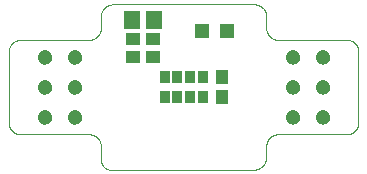
<source format=gts>
G75*
%MOIN*%
%OFA0B0*%
%FSLAX25Y25*%
%IPPOS*%
%LPD*%
%AMOC8*
5,1,8,0,0,1.08239X$1,22.5*
%
%ADD10C,0.00000*%
%ADD11R,0.05124X0.05124*%
%ADD12R,0.04731X0.04337*%
%ADD13C,0.04731*%
%ADD14R,0.03254X0.03943*%
%ADD15R,0.04337X0.04731*%
%ADD16R,0.05518X0.06306*%
D10*
X0045791Y0032012D02*
X0045915Y0032010D01*
X0046038Y0032004D01*
X0046162Y0031995D01*
X0046284Y0031981D01*
X0046407Y0031964D01*
X0046529Y0031942D01*
X0046650Y0031917D01*
X0046770Y0031888D01*
X0046889Y0031856D01*
X0047008Y0031819D01*
X0047125Y0031779D01*
X0047240Y0031736D01*
X0047355Y0031688D01*
X0047467Y0031637D01*
X0047578Y0031583D01*
X0047688Y0031525D01*
X0047795Y0031464D01*
X0047901Y0031399D01*
X0048004Y0031331D01*
X0048105Y0031260D01*
X0048204Y0031186D01*
X0048301Y0031109D01*
X0048395Y0031028D01*
X0048486Y0030945D01*
X0048575Y0030859D01*
X0048661Y0030770D01*
X0048744Y0030679D01*
X0048825Y0030585D01*
X0048902Y0030488D01*
X0048976Y0030389D01*
X0049047Y0030288D01*
X0049115Y0030185D01*
X0049180Y0030079D01*
X0049241Y0029972D01*
X0049299Y0029862D01*
X0049353Y0029751D01*
X0049404Y0029639D01*
X0049452Y0029524D01*
X0049495Y0029409D01*
X0049535Y0029292D01*
X0049572Y0029173D01*
X0049604Y0029054D01*
X0049633Y0028934D01*
X0049658Y0028813D01*
X0049680Y0028691D01*
X0049697Y0028568D01*
X0049711Y0028446D01*
X0049720Y0028322D01*
X0049726Y0028199D01*
X0049728Y0028075D01*
X0049728Y0024138D01*
X0049713Y0024023D01*
X0049703Y0023907D01*
X0049696Y0023791D01*
X0049693Y0023675D01*
X0049694Y0023558D01*
X0049699Y0023442D01*
X0049708Y0023326D01*
X0049720Y0023211D01*
X0049737Y0023095D01*
X0049757Y0022981D01*
X0049781Y0022867D01*
X0049809Y0022754D01*
X0049841Y0022642D01*
X0049876Y0022532D01*
X0049915Y0022422D01*
X0049958Y0022314D01*
X0050004Y0022207D01*
X0050054Y0022102D01*
X0050108Y0021999D01*
X0050164Y0021897D01*
X0050224Y0021798D01*
X0050288Y0021700D01*
X0050354Y0021605D01*
X0050424Y0021512D01*
X0050497Y0021421D01*
X0050573Y0021333D01*
X0050652Y0021247D01*
X0050733Y0021164D01*
X0050818Y0021084D01*
X0050904Y0021007D01*
X0050994Y0020933D01*
X0051086Y0020861D01*
X0051180Y0020793D01*
X0051276Y0020728D01*
X0051375Y0020666D01*
X0051476Y0020608D01*
X0051578Y0020553D01*
X0051682Y0020501D01*
X0051788Y0020453D01*
X0051896Y0020409D01*
X0052005Y0020368D01*
X0052115Y0020331D01*
X0052226Y0020297D01*
X0052338Y0020268D01*
X0052452Y0020242D01*
X0052566Y0020219D01*
X0052681Y0020201D01*
X0099925Y0020201D01*
X0100056Y0020189D01*
X0100188Y0020180D01*
X0100320Y0020175D01*
X0100452Y0020174D01*
X0100584Y0020177D01*
X0100716Y0020184D01*
X0100848Y0020195D01*
X0100979Y0020210D01*
X0101110Y0020228D01*
X0101240Y0020251D01*
X0101369Y0020277D01*
X0101498Y0020307D01*
X0101625Y0020341D01*
X0101752Y0020379D01*
X0101877Y0020420D01*
X0102002Y0020465D01*
X0102124Y0020514D01*
X0102245Y0020566D01*
X0102365Y0020622D01*
X0102483Y0020682D01*
X0102599Y0020745D01*
X0102713Y0020811D01*
X0102825Y0020881D01*
X0102935Y0020954D01*
X0103043Y0021030D01*
X0103149Y0021110D01*
X0103252Y0021192D01*
X0103353Y0021278D01*
X0103451Y0021366D01*
X0103546Y0021457D01*
X0103639Y0021552D01*
X0103728Y0021648D01*
X0103815Y0021748D01*
X0103899Y0021850D01*
X0103980Y0021954D01*
X0104058Y0022061D01*
X0104132Y0022170D01*
X0104204Y0022281D01*
X0104272Y0022394D01*
X0104336Y0022510D01*
X0104397Y0022627D01*
X0104455Y0022745D01*
X0104509Y0022866D01*
X0104559Y0022988D01*
X0104606Y0023111D01*
X0104649Y0023236D01*
X0104689Y0023362D01*
X0104725Y0023489D01*
X0104756Y0023618D01*
X0104785Y0023747D01*
X0104809Y0023876D01*
X0104829Y0024007D01*
X0104846Y0024138D01*
X0104846Y0028075D01*
X0104848Y0028199D01*
X0104854Y0028322D01*
X0104863Y0028446D01*
X0104877Y0028568D01*
X0104894Y0028691D01*
X0104916Y0028813D01*
X0104941Y0028934D01*
X0104970Y0029054D01*
X0105002Y0029173D01*
X0105039Y0029292D01*
X0105079Y0029409D01*
X0105122Y0029524D01*
X0105170Y0029639D01*
X0105221Y0029751D01*
X0105275Y0029862D01*
X0105333Y0029972D01*
X0105394Y0030079D01*
X0105459Y0030185D01*
X0105527Y0030288D01*
X0105598Y0030389D01*
X0105672Y0030488D01*
X0105749Y0030585D01*
X0105830Y0030679D01*
X0105913Y0030770D01*
X0105999Y0030859D01*
X0106088Y0030945D01*
X0106179Y0031028D01*
X0106273Y0031109D01*
X0106370Y0031186D01*
X0106469Y0031260D01*
X0106570Y0031331D01*
X0106673Y0031399D01*
X0106779Y0031464D01*
X0106886Y0031525D01*
X0106996Y0031583D01*
X0107107Y0031637D01*
X0107219Y0031688D01*
X0107334Y0031736D01*
X0107449Y0031779D01*
X0107566Y0031819D01*
X0107685Y0031856D01*
X0107804Y0031888D01*
X0107924Y0031917D01*
X0108045Y0031942D01*
X0108167Y0031964D01*
X0108290Y0031981D01*
X0108412Y0031995D01*
X0108536Y0032004D01*
X0108659Y0032010D01*
X0108783Y0032012D01*
X0131618Y0032012D01*
X0131742Y0032014D01*
X0131865Y0032020D01*
X0131989Y0032029D01*
X0132111Y0032043D01*
X0132234Y0032060D01*
X0132356Y0032082D01*
X0132477Y0032107D01*
X0132597Y0032136D01*
X0132716Y0032168D01*
X0132835Y0032205D01*
X0132952Y0032245D01*
X0133067Y0032288D01*
X0133182Y0032336D01*
X0133294Y0032387D01*
X0133405Y0032441D01*
X0133515Y0032499D01*
X0133622Y0032560D01*
X0133728Y0032625D01*
X0133831Y0032693D01*
X0133932Y0032764D01*
X0134031Y0032838D01*
X0134128Y0032915D01*
X0134222Y0032996D01*
X0134313Y0033079D01*
X0134402Y0033165D01*
X0134488Y0033254D01*
X0134571Y0033345D01*
X0134652Y0033439D01*
X0134729Y0033536D01*
X0134803Y0033635D01*
X0134874Y0033736D01*
X0134942Y0033839D01*
X0135007Y0033945D01*
X0135068Y0034052D01*
X0135126Y0034162D01*
X0135180Y0034273D01*
X0135231Y0034385D01*
X0135279Y0034500D01*
X0135322Y0034615D01*
X0135362Y0034732D01*
X0135399Y0034851D01*
X0135431Y0034970D01*
X0135460Y0035090D01*
X0135485Y0035211D01*
X0135507Y0035333D01*
X0135524Y0035456D01*
X0135538Y0035578D01*
X0135547Y0035702D01*
X0135553Y0035825D01*
X0135555Y0035949D01*
X0135555Y0059571D01*
X0135553Y0059695D01*
X0135547Y0059818D01*
X0135538Y0059942D01*
X0135524Y0060064D01*
X0135507Y0060187D01*
X0135485Y0060309D01*
X0135460Y0060430D01*
X0135431Y0060550D01*
X0135399Y0060669D01*
X0135362Y0060788D01*
X0135322Y0060905D01*
X0135279Y0061020D01*
X0135231Y0061135D01*
X0135180Y0061247D01*
X0135126Y0061358D01*
X0135068Y0061468D01*
X0135007Y0061575D01*
X0134942Y0061681D01*
X0134874Y0061784D01*
X0134803Y0061885D01*
X0134729Y0061984D01*
X0134652Y0062081D01*
X0134571Y0062175D01*
X0134488Y0062266D01*
X0134402Y0062355D01*
X0134313Y0062441D01*
X0134222Y0062524D01*
X0134128Y0062605D01*
X0134031Y0062682D01*
X0133932Y0062756D01*
X0133831Y0062827D01*
X0133728Y0062895D01*
X0133622Y0062960D01*
X0133515Y0063021D01*
X0133405Y0063079D01*
X0133294Y0063133D01*
X0133182Y0063184D01*
X0133067Y0063232D01*
X0132952Y0063275D01*
X0132835Y0063315D01*
X0132716Y0063352D01*
X0132597Y0063384D01*
X0132477Y0063413D01*
X0132356Y0063438D01*
X0132234Y0063460D01*
X0132111Y0063477D01*
X0131989Y0063491D01*
X0131865Y0063500D01*
X0131742Y0063506D01*
X0131618Y0063508D01*
X0108783Y0063508D01*
X0108659Y0063510D01*
X0108536Y0063516D01*
X0108412Y0063525D01*
X0108290Y0063539D01*
X0108167Y0063556D01*
X0108045Y0063578D01*
X0107924Y0063603D01*
X0107804Y0063632D01*
X0107685Y0063664D01*
X0107566Y0063701D01*
X0107449Y0063741D01*
X0107334Y0063784D01*
X0107219Y0063832D01*
X0107107Y0063883D01*
X0106996Y0063937D01*
X0106886Y0063995D01*
X0106779Y0064056D01*
X0106673Y0064121D01*
X0106570Y0064189D01*
X0106469Y0064260D01*
X0106370Y0064334D01*
X0106273Y0064411D01*
X0106179Y0064492D01*
X0106088Y0064575D01*
X0105999Y0064661D01*
X0105913Y0064750D01*
X0105830Y0064841D01*
X0105749Y0064935D01*
X0105672Y0065032D01*
X0105598Y0065131D01*
X0105527Y0065232D01*
X0105459Y0065335D01*
X0105394Y0065441D01*
X0105333Y0065548D01*
X0105275Y0065658D01*
X0105221Y0065769D01*
X0105170Y0065881D01*
X0105122Y0065996D01*
X0105079Y0066111D01*
X0105039Y0066228D01*
X0105002Y0066347D01*
X0104970Y0066466D01*
X0104941Y0066586D01*
X0104916Y0066707D01*
X0104894Y0066829D01*
X0104877Y0066952D01*
X0104863Y0067074D01*
X0104854Y0067198D01*
X0104848Y0067321D01*
X0104846Y0067445D01*
X0104846Y0071382D01*
X0104844Y0071506D01*
X0104838Y0071629D01*
X0104829Y0071753D01*
X0104815Y0071875D01*
X0104798Y0071998D01*
X0104776Y0072120D01*
X0104751Y0072241D01*
X0104722Y0072361D01*
X0104690Y0072480D01*
X0104653Y0072599D01*
X0104613Y0072716D01*
X0104570Y0072831D01*
X0104522Y0072946D01*
X0104471Y0073058D01*
X0104417Y0073169D01*
X0104359Y0073279D01*
X0104298Y0073386D01*
X0104233Y0073492D01*
X0104165Y0073595D01*
X0104094Y0073696D01*
X0104020Y0073795D01*
X0103943Y0073892D01*
X0103862Y0073986D01*
X0103779Y0074077D01*
X0103693Y0074166D01*
X0103604Y0074252D01*
X0103513Y0074335D01*
X0103419Y0074416D01*
X0103322Y0074493D01*
X0103223Y0074567D01*
X0103122Y0074638D01*
X0103019Y0074706D01*
X0102913Y0074771D01*
X0102806Y0074832D01*
X0102696Y0074890D01*
X0102585Y0074944D01*
X0102473Y0074995D01*
X0102358Y0075043D01*
X0102243Y0075086D01*
X0102126Y0075126D01*
X0102007Y0075163D01*
X0101888Y0075195D01*
X0101768Y0075224D01*
X0101647Y0075249D01*
X0101525Y0075271D01*
X0101402Y0075288D01*
X0101280Y0075302D01*
X0101156Y0075311D01*
X0101033Y0075317D01*
X0100909Y0075319D01*
X0053665Y0075319D01*
X0053541Y0075317D01*
X0053418Y0075311D01*
X0053294Y0075302D01*
X0053172Y0075288D01*
X0053049Y0075271D01*
X0052927Y0075249D01*
X0052806Y0075224D01*
X0052686Y0075195D01*
X0052567Y0075163D01*
X0052448Y0075126D01*
X0052331Y0075086D01*
X0052216Y0075043D01*
X0052101Y0074995D01*
X0051989Y0074944D01*
X0051878Y0074890D01*
X0051768Y0074832D01*
X0051661Y0074771D01*
X0051555Y0074706D01*
X0051452Y0074638D01*
X0051351Y0074567D01*
X0051252Y0074493D01*
X0051155Y0074416D01*
X0051061Y0074335D01*
X0050970Y0074252D01*
X0050881Y0074166D01*
X0050795Y0074077D01*
X0050712Y0073986D01*
X0050631Y0073892D01*
X0050554Y0073795D01*
X0050480Y0073696D01*
X0050409Y0073595D01*
X0050341Y0073492D01*
X0050276Y0073386D01*
X0050215Y0073279D01*
X0050157Y0073169D01*
X0050103Y0073058D01*
X0050052Y0072946D01*
X0050004Y0072831D01*
X0049961Y0072716D01*
X0049921Y0072599D01*
X0049884Y0072480D01*
X0049852Y0072361D01*
X0049823Y0072241D01*
X0049798Y0072120D01*
X0049776Y0071998D01*
X0049759Y0071875D01*
X0049745Y0071753D01*
X0049736Y0071629D01*
X0049730Y0071506D01*
X0049728Y0071382D01*
X0049728Y0067445D01*
X0049726Y0067321D01*
X0049720Y0067198D01*
X0049711Y0067074D01*
X0049697Y0066952D01*
X0049680Y0066829D01*
X0049658Y0066707D01*
X0049633Y0066586D01*
X0049604Y0066466D01*
X0049572Y0066347D01*
X0049535Y0066228D01*
X0049495Y0066111D01*
X0049452Y0065996D01*
X0049404Y0065881D01*
X0049353Y0065769D01*
X0049299Y0065658D01*
X0049241Y0065548D01*
X0049180Y0065441D01*
X0049115Y0065335D01*
X0049047Y0065232D01*
X0048976Y0065131D01*
X0048902Y0065032D01*
X0048825Y0064935D01*
X0048744Y0064841D01*
X0048661Y0064750D01*
X0048575Y0064661D01*
X0048486Y0064575D01*
X0048395Y0064492D01*
X0048301Y0064411D01*
X0048204Y0064334D01*
X0048105Y0064260D01*
X0048004Y0064189D01*
X0047901Y0064121D01*
X0047795Y0064056D01*
X0047688Y0063995D01*
X0047578Y0063937D01*
X0047467Y0063883D01*
X0047355Y0063832D01*
X0047240Y0063784D01*
X0047125Y0063741D01*
X0047008Y0063701D01*
X0046889Y0063664D01*
X0046770Y0063632D01*
X0046650Y0063603D01*
X0046529Y0063578D01*
X0046407Y0063556D01*
X0046284Y0063539D01*
X0046162Y0063525D01*
X0046038Y0063516D01*
X0045915Y0063510D01*
X0045791Y0063508D01*
X0022957Y0063508D01*
X0022833Y0063506D01*
X0022710Y0063500D01*
X0022586Y0063491D01*
X0022464Y0063477D01*
X0022341Y0063460D01*
X0022219Y0063438D01*
X0022098Y0063413D01*
X0021978Y0063384D01*
X0021859Y0063352D01*
X0021740Y0063315D01*
X0021623Y0063275D01*
X0021508Y0063232D01*
X0021393Y0063184D01*
X0021281Y0063133D01*
X0021170Y0063079D01*
X0021060Y0063021D01*
X0020953Y0062960D01*
X0020847Y0062895D01*
X0020744Y0062827D01*
X0020643Y0062756D01*
X0020544Y0062682D01*
X0020447Y0062605D01*
X0020353Y0062524D01*
X0020262Y0062441D01*
X0020173Y0062355D01*
X0020087Y0062266D01*
X0020004Y0062175D01*
X0019923Y0062081D01*
X0019846Y0061984D01*
X0019772Y0061885D01*
X0019701Y0061784D01*
X0019633Y0061681D01*
X0019568Y0061575D01*
X0019507Y0061468D01*
X0019449Y0061358D01*
X0019395Y0061247D01*
X0019344Y0061135D01*
X0019296Y0061020D01*
X0019253Y0060905D01*
X0019213Y0060788D01*
X0019176Y0060669D01*
X0019144Y0060550D01*
X0019115Y0060430D01*
X0019090Y0060309D01*
X0019068Y0060187D01*
X0019051Y0060064D01*
X0019037Y0059942D01*
X0019028Y0059818D01*
X0019022Y0059695D01*
X0019020Y0059571D01*
X0019020Y0035949D01*
X0019022Y0035825D01*
X0019028Y0035702D01*
X0019037Y0035578D01*
X0019051Y0035456D01*
X0019068Y0035333D01*
X0019090Y0035211D01*
X0019115Y0035090D01*
X0019144Y0034970D01*
X0019176Y0034851D01*
X0019213Y0034732D01*
X0019253Y0034615D01*
X0019296Y0034500D01*
X0019344Y0034385D01*
X0019395Y0034273D01*
X0019449Y0034162D01*
X0019507Y0034052D01*
X0019568Y0033945D01*
X0019633Y0033839D01*
X0019701Y0033736D01*
X0019772Y0033635D01*
X0019846Y0033536D01*
X0019923Y0033439D01*
X0020004Y0033345D01*
X0020087Y0033254D01*
X0020173Y0033165D01*
X0020262Y0033079D01*
X0020353Y0032996D01*
X0020447Y0032915D01*
X0020544Y0032838D01*
X0020643Y0032764D01*
X0020744Y0032693D01*
X0020847Y0032625D01*
X0020953Y0032560D01*
X0021060Y0032499D01*
X0021170Y0032441D01*
X0021281Y0032387D01*
X0021393Y0032336D01*
X0021508Y0032288D01*
X0021623Y0032245D01*
X0021740Y0032205D01*
X0021859Y0032168D01*
X0021978Y0032136D01*
X0022098Y0032107D01*
X0022219Y0032082D01*
X0022341Y0032060D01*
X0022464Y0032043D01*
X0022586Y0032029D01*
X0022710Y0032020D01*
X0022833Y0032014D01*
X0022957Y0032012D01*
X0045791Y0032012D01*
X0038784Y0037760D02*
X0038786Y0037853D01*
X0038792Y0037945D01*
X0038802Y0038037D01*
X0038816Y0038128D01*
X0038833Y0038219D01*
X0038855Y0038309D01*
X0038880Y0038398D01*
X0038909Y0038486D01*
X0038942Y0038572D01*
X0038979Y0038657D01*
X0039019Y0038741D01*
X0039063Y0038822D01*
X0039110Y0038902D01*
X0039160Y0038980D01*
X0039214Y0039055D01*
X0039271Y0039128D01*
X0039331Y0039198D01*
X0039394Y0039266D01*
X0039460Y0039331D01*
X0039528Y0039393D01*
X0039599Y0039453D01*
X0039673Y0039509D01*
X0039749Y0039562D01*
X0039827Y0039611D01*
X0039907Y0039658D01*
X0039989Y0039700D01*
X0040073Y0039740D01*
X0040158Y0039775D01*
X0040245Y0039807D01*
X0040333Y0039836D01*
X0040422Y0039860D01*
X0040512Y0039881D01*
X0040603Y0039897D01*
X0040695Y0039910D01*
X0040787Y0039919D01*
X0040880Y0039924D01*
X0040972Y0039925D01*
X0041065Y0039922D01*
X0041157Y0039915D01*
X0041249Y0039904D01*
X0041340Y0039889D01*
X0041431Y0039871D01*
X0041521Y0039848D01*
X0041609Y0039822D01*
X0041697Y0039792D01*
X0041783Y0039758D01*
X0041867Y0039721D01*
X0041950Y0039679D01*
X0042031Y0039635D01*
X0042111Y0039587D01*
X0042188Y0039536D01*
X0042262Y0039481D01*
X0042335Y0039423D01*
X0042405Y0039363D01*
X0042472Y0039299D01*
X0042536Y0039233D01*
X0042598Y0039163D01*
X0042656Y0039092D01*
X0042711Y0039018D01*
X0042763Y0038941D01*
X0042812Y0038862D01*
X0042858Y0038782D01*
X0042900Y0038699D01*
X0042938Y0038615D01*
X0042973Y0038529D01*
X0043004Y0038442D01*
X0043031Y0038354D01*
X0043054Y0038264D01*
X0043074Y0038174D01*
X0043090Y0038083D01*
X0043102Y0037991D01*
X0043110Y0037899D01*
X0043114Y0037806D01*
X0043114Y0037714D01*
X0043110Y0037621D01*
X0043102Y0037529D01*
X0043090Y0037437D01*
X0043074Y0037346D01*
X0043054Y0037256D01*
X0043031Y0037166D01*
X0043004Y0037078D01*
X0042973Y0036991D01*
X0042938Y0036905D01*
X0042900Y0036821D01*
X0042858Y0036738D01*
X0042812Y0036658D01*
X0042763Y0036579D01*
X0042711Y0036502D01*
X0042656Y0036428D01*
X0042598Y0036357D01*
X0042536Y0036287D01*
X0042472Y0036221D01*
X0042405Y0036157D01*
X0042335Y0036097D01*
X0042262Y0036039D01*
X0042188Y0035984D01*
X0042111Y0035933D01*
X0042032Y0035885D01*
X0041950Y0035841D01*
X0041867Y0035799D01*
X0041783Y0035762D01*
X0041697Y0035728D01*
X0041609Y0035698D01*
X0041521Y0035672D01*
X0041431Y0035649D01*
X0041340Y0035631D01*
X0041249Y0035616D01*
X0041157Y0035605D01*
X0041065Y0035598D01*
X0040972Y0035595D01*
X0040880Y0035596D01*
X0040787Y0035601D01*
X0040695Y0035610D01*
X0040603Y0035623D01*
X0040512Y0035639D01*
X0040422Y0035660D01*
X0040333Y0035684D01*
X0040245Y0035713D01*
X0040158Y0035745D01*
X0040073Y0035780D01*
X0039989Y0035820D01*
X0039907Y0035862D01*
X0039827Y0035909D01*
X0039749Y0035958D01*
X0039673Y0036011D01*
X0039599Y0036067D01*
X0039528Y0036127D01*
X0039460Y0036189D01*
X0039394Y0036254D01*
X0039331Y0036322D01*
X0039271Y0036392D01*
X0039214Y0036465D01*
X0039160Y0036540D01*
X0039110Y0036618D01*
X0039063Y0036698D01*
X0039019Y0036779D01*
X0038979Y0036863D01*
X0038942Y0036948D01*
X0038909Y0037034D01*
X0038880Y0037122D01*
X0038855Y0037211D01*
X0038833Y0037301D01*
X0038816Y0037392D01*
X0038802Y0037483D01*
X0038792Y0037575D01*
X0038786Y0037667D01*
X0038784Y0037760D01*
X0028784Y0037760D02*
X0028786Y0037853D01*
X0028792Y0037945D01*
X0028802Y0038037D01*
X0028816Y0038128D01*
X0028833Y0038219D01*
X0028855Y0038309D01*
X0028880Y0038398D01*
X0028909Y0038486D01*
X0028942Y0038572D01*
X0028979Y0038657D01*
X0029019Y0038741D01*
X0029063Y0038822D01*
X0029110Y0038902D01*
X0029160Y0038980D01*
X0029214Y0039055D01*
X0029271Y0039128D01*
X0029331Y0039198D01*
X0029394Y0039266D01*
X0029460Y0039331D01*
X0029528Y0039393D01*
X0029599Y0039453D01*
X0029673Y0039509D01*
X0029749Y0039562D01*
X0029827Y0039611D01*
X0029907Y0039658D01*
X0029989Y0039700D01*
X0030073Y0039740D01*
X0030158Y0039775D01*
X0030245Y0039807D01*
X0030333Y0039836D01*
X0030422Y0039860D01*
X0030512Y0039881D01*
X0030603Y0039897D01*
X0030695Y0039910D01*
X0030787Y0039919D01*
X0030880Y0039924D01*
X0030972Y0039925D01*
X0031065Y0039922D01*
X0031157Y0039915D01*
X0031249Y0039904D01*
X0031340Y0039889D01*
X0031431Y0039871D01*
X0031521Y0039848D01*
X0031609Y0039822D01*
X0031697Y0039792D01*
X0031783Y0039758D01*
X0031867Y0039721D01*
X0031950Y0039679D01*
X0032031Y0039635D01*
X0032111Y0039587D01*
X0032188Y0039536D01*
X0032262Y0039481D01*
X0032335Y0039423D01*
X0032405Y0039363D01*
X0032472Y0039299D01*
X0032536Y0039233D01*
X0032598Y0039163D01*
X0032656Y0039092D01*
X0032711Y0039018D01*
X0032763Y0038941D01*
X0032812Y0038862D01*
X0032858Y0038782D01*
X0032900Y0038699D01*
X0032938Y0038615D01*
X0032973Y0038529D01*
X0033004Y0038442D01*
X0033031Y0038354D01*
X0033054Y0038264D01*
X0033074Y0038174D01*
X0033090Y0038083D01*
X0033102Y0037991D01*
X0033110Y0037899D01*
X0033114Y0037806D01*
X0033114Y0037714D01*
X0033110Y0037621D01*
X0033102Y0037529D01*
X0033090Y0037437D01*
X0033074Y0037346D01*
X0033054Y0037256D01*
X0033031Y0037166D01*
X0033004Y0037078D01*
X0032973Y0036991D01*
X0032938Y0036905D01*
X0032900Y0036821D01*
X0032858Y0036738D01*
X0032812Y0036658D01*
X0032763Y0036579D01*
X0032711Y0036502D01*
X0032656Y0036428D01*
X0032598Y0036357D01*
X0032536Y0036287D01*
X0032472Y0036221D01*
X0032405Y0036157D01*
X0032335Y0036097D01*
X0032262Y0036039D01*
X0032188Y0035984D01*
X0032111Y0035933D01*
X0032032Y0035885D01*
X0031950Y0035841D01*
X0031867Y0035799D01*
X0031783Y0035762D01*
X0031697Y0035728D01*
X0031609Y0035698D01*
X0031521Y0035672D01*
X0031431Y0035649D01*
X0031340Y0035631D01*
X0031249Y0035616D01*
X0031157Y0035605D01*
X0031065Y0035598D01*
X0030972Y0035595D01*
X0030880Y0035596D01*
X0030787Y0035601D01*
X0030695Y0035610D01*
X0030603Y0035623D01*
X0030512Y0035639D01*
X0030422Y0035660D01*
X0030333Y0035684D01*
X0030245Y0035713D01*
X0030158Y0035745D01*
X0030073Y0035780D01*
X0029989Y0035820D01*
X0029907Y0035862D01*
X0029827Y0035909D01*
X0029749Y0035958D01*
X0029673Y0036011D01*
X0029599Y0036067D01*
X0029528Y0036127D01*
X0029460Y0036189D01*
X0029394Y0036254D01*
X0029331Y0036322D01*
X0029271Y0036392D01*
X0029214Y0036465D01*
X0029160Y0036540D01*
X0029110Y0036618D01*
X0029063Y0036698D01*
X0029019Y0036779D01*
X0028979Y0036863D01*
X0028942Y0036948D01*
X0028909Y0037034D01*
X0028880Y0037122D01*
X0028855Y0037211D01*
X0028833Y0037301D01*
X0028816Y0037392D01*
X0028802Y0037483D01*
X0028792Y0037575D01*
X0028786Y0037667D01*
X0028784Y0037760D01*
X0028784Y0047760D02*
X0028786Y0047853D01*
X0028792Y0047945D01*
X0028802Y0048037D01*
X0028816Y0048128D01*
X0028833Y0048219D01*
X0028855Y0048309D01*
X0028880Y0048398D01*
X0028909Y0048486D01*
X0028942Y0048572D01*
X0028979Y0048657D01*
X0029019Y0048741D01*
X0029063Y0048822D01*
X0029110Y0048902D01*
X0029160Y0048980D01*
X0029214Y0049055D01*
X0029271Y0049128D01*
X0029331Y0049198D01*
X0029394Y0049266D01*
X0029460Y0049331D01*
X0029528Y0049393D01*
X0029599Y0049453D01*
X0029673Y0049509D01*
X0029749Y0049562D01*
X0029827Y0049611D01*
X0029907Y0049658D01*
X0029989Y0049700D01*
X0030073Y0049740D01*
X0030158Y0049775D01*
X0030245Y0049807D01*
X0030333Y0049836D01*
X0030422Y0049860D01*
X0030512Y0049881D01*
X0030603Y0049897D01*
X0030695Y0049910D01*
X0030787Y0049919D01*
X0030880Y0049924D01*
X0030972Y0049925D01*
X0031065Y0049922D01*
X0031157Y0049915D01*
X0031249Y0049904D01*
X0031340Y0049889D01*
X0031431Y0049871D01*
X0031521Y0049848D01*
X0031609Y0049822D01*
X0031697Y0049792D01*
X0031783Y0049758D01*
X0031867Y0049721D01*
X0031950Y0049679D01*
X0032031Y0049635D01*
X0032111Y0049587D01*
X0032188Y0049536D01*
X0032262Y0049481D01*
X0032335Y0049423D01*
X0032405Y0049363D01*
X0032472Y0049299D01*
X0032536Y0049233D01*
X0032598Y0049163D01*
X0032656Y0049092D01*
X0032711Y0049018D01*
X0032763Y0048941D01*
X0032812Y0048862D01*
X0032858Y0048782D01*
X0032900Y0048699D01*
X0032938Y0048615D01*
X0032973Y0048529D01*
X0033004Y0048442D01*
X0033031Y0048354D01*
X0033054Y0048264D01*
X0033074Y0048174D01*
X0033090Y0048083D01*
X0033102Y0047991D01*
X0033110Y0047899D01*
X0033114Y0047806D01*
X0033114Y0047714D01*
X0033110Y0047621D01*
X0033102Y0047529D01*
X0033090Y0047437D01*
X0033074Y0047346D01*
X0033054Y0047256D01*
X0033031Y0047166D01*
X0033004Y0047078D01*
X0032973Y0046991D01*
X0032938Y0046905D01*
X0032900Y0046821D01*
X0032858Y0046738D01*
X0032812Y0046658D01*
X0032763Y0046579D01*
X0032711Y0046502D01*
X0032656Y0046428D01*
X0032598Y0046357D01*
X0032536Y0046287D01*
X0032472Y0046221D01*
X0032405Y0046157D01*
X0032335Y0046097D01*
X0032262Y0046039D01*
X0032188Y0045984D01*
X0032111Y0045933D01*
X0032032Y0045885D01*
X0031950Y0045841D01*
X0031867Y0045799D01*
X0031783Y0045762D01*
X0031697Y0045728D01*
X0031609Y0045698D01*
X0031521Y0045672D01*
X0031431Y0045649D01*
X0031340Y0045631D01*
X0031249Y0045616D01*
X0031157Y0045605D01*
X0031065Y0045598D01*
X0030972Y0045595D01*
X0030880Y0045596D01*
X0030787Y0045601D01*
X0030695Y0045610D01*
X0030603Y0045623D01*
X0030512Y0045639D01*
X0030422Y0045660D01*
X0030333Y0045684D01*
X0030245Y0045713D01*
X0030158Y0045745D01*
X0030073Y0045780D01*
X0029989Y0045820D01*
X0029907Y0045862D01*
X0029827Y0045909D01*
X0029749Y0045958D01*
X0029673Y0046011D01*
X0029599Y0046067D01*
X0029528Y0046127D01*
X0029460Y0046189D01*
X0029394Y0046254D01*
X0029331Y0046322D01*
X0029271Y0046392D01*
X0029214Y0046465D01*
X0029160Y0046540D01*
X0029110Y0046618D01*
X0029063Y0046698D01*
X0029019Y0046779D01*
X0028979Y0046863D01*
X0028942Y0046948D01*
X0028909Y0047034D01*
X0028880Y0047122D01*
X0028855Y0047211D01*
X0028833Y0047301D01*
X0028816Y0047392D01*
X0028802Y0047483D01*
X0028792Y0047575D01*
X0028786Y0047667D01*
X0028784Y0047760D01*
X0038784Y0047760D02*
X0038786Y0047853D01*
X0038792Y0047945D01*
X0038802Y0048037D01*
X0038816Y0048128D01*
X0038833Y0048219D01*
X0038855Y0048309D01*
X0038880Y0048398D01*
X0038909Y0048486D01*
X0038942Y0048572D01*
X0038979Y0048657D01*
X0039019Y0048741D01*
X0039063Y0048822D01*
X0039110Y0048902D01*
X0039160Y0048980D01*
X0039214Y0049055D01*
X0039271Y0049128D01*
X0039331Y0049198D01*
X0039394Y0049266D01*
X0039460Y0049331D01*
X0039528Y0049393D01*
X0039599Y0049453D01*
X0039673Y0049509D01*
X0039749Y0049562D01*
X0039827Y0049611D01*
X0039907Y0049658D01*
X0039989Y0049700D01*
X0040073Y0049740D01*
X0040158Y0049775D01*
X0040245Y0049807D01*
X0040333Y0049836D01*
X0040422Y0049860D01*
X0040512Y0049881D01*
X0040603Y0049897D01*
X0040695Y0049910D01*
X0040787Y0049919D01*
X0040880Y0049924D01*
X0040972Y0049925D01*
X0041065Y0049922D01*
X0041157Y0049915D01*
X0041249Y0049904D01*
X0041340Y0049889D01*
X0041431Y0049871D01*
X0041521Y0049848D01*
X0041609Y0049822D01*
X0041697Y0049792D01*
X0041783Y0049758D01*
X0041867Y0049721D01*
X0041950Y0049679D01*
X0042031Y0049635D01*
X0042111Y0049587D01*
X0042188Y0049536D01*
X0042262Y0049481D01*
X0042335Y0049423D01*
X0042405Y0049363D01*
X0042472Y0049299D01*
X0042536Y0049233D01*
X0042598Y0049163D01*
X0042656Y0049092D01*
X0042711Y0049018D01*
X0042763Y0048941D01*
X0042812Y0048862D01*
X0042858Y0048782D01*
X0042900Y0048699D01*
X0042938Y0048615D01*
X0042973Y0048529D01*
X0043004Y0048442D01*
X0043031Y0048354D01*
X0043054Y0048264D01*
X0043074Y0048174D01*
X0043090Y0048083D01*
X0043102Y0047991D01*
X0043110Y0047899D01*
X0043114Y0047806D01*
X0043114Y0047714D01*
X0043110Y0047621D01*
X0043102Y0047529D01*
X0043090Y0047437D01*
X0043074Y0047346D01*
X0043054Y0047256D01*
X0043031Y0047166D01*
X0043004Y0047078D01*
X0042973Y0046991D01*
X0042938Y0046905D01*
X0042900Y0046821D01*
X0042858Y0046738D01*
X0042812Y0046658D01*
X0042763Y0046579D01*
X0042711Y0046502D01*
X0042656Y0046428D01*
X0042598Y0046357D01*
X0042536Y0046287D01*
X0042472Y0046221D01*
X0042405Y0046157D01*
X0042335Y0046097D01*
X0042262Y0046039D01*
X0042188Y0045984D01*
X0042111Y0045933D01*
X0042032Y0045885D01*
X0041950Y0045841D01*
X0041867Y0045799D01*
X0041783Y0045762D01*
X0041697Y0045728D01*
X0041609Y0045698D01*
X0041521Y0045672D01*
X0041431Y0045649D01*
X0041340Y0045631D01*
X0041249Y0045616D01*
X0041157Y0045605D01*
X0041065Y0045598D01*
X0040972Y0045595D01*
X0040880Y0045596D01*
X0040787Y0045601D01*
X0040695Y0045610D01*
X0040603Y0045623D01*
X0040512Y0045639D01*
X0040422Y0045660D01*
X0040333Y0045684D01*
X0040245Y0045713D01*
X0040158Y0045745D01*
X0040073Y0045780D01*
X0039989Y0045820D01*
X0039907Y0045862D01*
X0039827Y0045909D01*
X0039749Y0045958D01*
X0039673Y0046011D01*
X0039599Y0046067D01*
X0039528Y0046127D01*
X0039460Y0046189D01*
X0039394Y0046254D01*
X0039331Y0046322D01*
X0039271Y0046392D01*
X0039214Y0046465D01*
X0039160Y0046540D01*
X0039110Y0046618D01*
X0039063Y0046698D01*
X0039019Y0046779D01*
X0038979Y0046863D01*
X0038942Y0046948D01*
X0038909Y0047034D01*
X0038880Y0047122D01*
X0038855Y0047211D01*
X0038833Y0047301D01*
X0038816Y0047392D01*
X0038802Y0047483D01*
X0038792Y0047575D01*
X0038786Y0047667D01*
X0038784Y0047760D01*
X0038784Y0057760D02*
X0038786Y0057853D01*
X0038792Y0057945D01*
X0038802Y0058037D01*
X0038816Y0058128D01*
X0038833Y0058219D01*
X0038855Y0058309D01*
X0038880Y0058398D01*
X0038909Y0058486D01*
X0038942Y0058572D01*
X0038979Y0058657D01*
X0039019Y0058741D01*
X0039063Y0058822D01*
X0039110Y0058902D01*
X0039160Y0058980D01*
X0039214Y0059055D01*
X0039271Y0059128D01*
X0039331Y0059198D01*
X0039394Y0059266D01*
X0039460Y0059331D01*
X0039528Y0059393D01*
X0039599Y0059453D01*
X0039673Y0059509D01*
X0039749Y0059562D01*
X0039827Y0059611D01*
X0039907Y0059658D01*
X0039989Y0059700D01*
X0040073Y0059740D01*
X0040158Y0059775D01*
X0040245Y0059807D01*
X0040333Y0059836D01*
X0040422Y0059860D01*
X0040512Y0059881D01*
X0040603Y0059897D01*
X0040695Y0059910D01*
X0040787Y0059919D01*
X0040880Y0059924D01*
X0040972Y0059925D01*
X0041065Y0059922D01*
X0041157Y0059915D01*
X0041249Y0059904D01*
X0041340Y0059889D01*
X0041431Y0059871D01*
X0041521Y0059848D01*
X0041609Y0059822D01*
X0041697Y0059792D01*
X0041783Y0059758D01*
X0041867Y0059721D01*
X0041950Y0059679D01*
X0042031Y0059635D01*
X0042111Y0059587D01*
X0042188Y0059536D01*
X0042262Y0059481D01*
X0042335Y0059423D01*
X0042405Y0059363D01*
X0042472Y0059299D01*
X0042536Y0059233D01*
X0042598Y0059163D01*
X0042656Y0059092D01*
X0042711Y0059018D01*
X0042763Y0058941D01*
X0042812Y0058862D01*
X0042858Y0058782D01*
X0042900Y0058699D01*
X0042938Y0058615D01*
X0042973Y0058529D01*
X0043004Y0058442D01*
X0043031Y0058354D01*
X0043054Y0058264D01*
X0043074Y0058174D01*
X0043090Y0058083D01*
X0043102Y0057991D01*
X0043110Y0057899D01*
X0043114Y0057806D01*
X0043114Y0057714D01*
X0043110Y0057621D01*
X0043102Y0057529D01*
X0043090Y0057437D01*
X0043074Y0057346D01*
X0043054Y0057256D01*
X0043031Y0057166D01*
X0043004Y0057078D01*
X0042973Y0056991D01*
X0042938Y0056905D01*
X0042900Y0056821D01*
X0042858Y0056738D01*
X0042812Y0056658D01*
X0042763Y0056579D01*
X0042711Y0056502D01*
X0042656Y0056428D01*
X0042598Y0056357D01*
X0042536Y0056287D01*
X0042472Y0056221D01*
X0042405Y0056157D01*
X0042335Y0056097D01*
X0042262Y0056039D01*
X0042188Y0055984D01*
X0042111Y0055933D01*
X0042032Y0055885D01*
X0041950Y0055841D01*
X0041867Y0055799D01*
X0041783Y0055762D01*
X0041697Y0055728D01*
X0041609Y0055698D01*
X0041521Y0055672D01*
X0041431Y0055649D01*
X0041340Y0055631D01*
X0041249Y0055616D01*
X0041157Y0055605D01*
X0041065Y0055598D01*
X0040972Y0055595D01*
X0040880Y0055596D01*
X0040787Y0055601D01*
X0040695Y0055610D01*
X0040603Y0055623D01*
X0040512Y0055639D01*
X0040422Y0055660D01*
X0040333Y0055684D01*
X0040245Y0055713D01*
X0040158Y0055745D01*
X0040073Y0055780D01*
X0039989Y0055820D01*
X0039907Y0055862D01*
X0039827Y0055909D01*
X0039749Y0055958D01*
X0039673Y0056011D01*
X0039599Y0056067D01*
X0039528Y0056127D01*
X0039460Y0056189D01*
X0039394Y0056254D01*
X0039331Y0056322D01*
X0039271Y0056392D01*
X0039214Y0056465D01*
X0039160Y0056540D01*
X0039110Y0056618D01*
X0039063Y0056698D01*
X0039019Y0056779D01*
X0038979Y0056863D01*
X0038942Y0056948D01*
X0038909Y0057034D01*
X0038880Y0057122D01*
X0038855Y0057211D01*
X0038833Y0057301D01*
X0038816Y0057392D01*
X0038802Y0057483D01*
X0038792Y0057575D01*
X0038786Y0057667D01*
X0038784Y0057760D01*
X0028784Y0057760D02*
X0028786Y0057853D01*
X0028792Y0057945D01*
X0028802Y0058037D01*
X0028816Y0058128D01*
X0028833Y0058219D01*
X0028855Y0058309D01*
X0028880Y0058398D01*
X0028909Y0058486D01*
X0028942Y0058572D01*
X0028979Y0058657D01*
X0029019Y0058741D01*
X0029063Y0058822D01*
X0029110Y0058902D01*
X0029160Y0058980D01*
X0029214Y0059055D01*
X0029271Y0059128D01*
X0029331Y0059198D01*
X0029394Y0059266D01*
X0029460Y0059331D01*
X0029528Y0059393D01*
X0029599Y0059453D01*
X0029673Y0059509D01*
X0029749Y0059562D01*
X0029827Y0059611D01*
X0029907Y0059658D01*
X0029989Y0059700D01*
X0030073Y0059740D01*
X0030158Y0059775D01*
X0030245Y0059807D01*
X0030333Y0059836D01*
X0030422Y0059860D01*
X0030512Y0059881D01*
X0030603Y0059897D01*
X0030695Y0059910D01*
X0030787Y0059919D01*
X0030880Y0059924D01*
X0030972Y0059925D01*
X0031065Y0059922D01*
X0031157Y0059915D01*
X0031249Y0059904D01*
X0031340Y0059889D01*
X0031431Y0059871D01*
X0031521Y0059848D01*
X0031609Y0059822D01*
X0031697Y0059792D01*
X0031783Y0059758D01*
X0031867Y0059721D01*
X0031950Y0059679D01*
X0032031Y0059635D01*
X0032111Y0059587D01*
X0032188Y0059536D01*
X0032262Y0059481D01*
X0032335Y0059423D01*
X0032405Y0059363D01*
X0032472Y0059299D01*
X0032536Y0059233D01*
X0032598Y0059163D01*
X0032656Y0059092D01*
X0032711Y0059018D01*
X0032763Y0058941D01*
X0032812Y0058862D01*
X0032858Y0058782D01*
X0032900Y0058699D01*
X0032938Y0058615D01*
X0032973Y0058529D01*
X0033004Y0058442D01*
X0033031Y0058354D01*
X0033054Y0058264D01*
X0033074Y0058174D01*
X0033090Y0058083D01*
X0033102Y0057991D01*
X0033110Y0057899D01*
X0033114Y0057806D01*
X0033114Y0057714D01*
X0033110Y0057621D01*
X0033102Y0057529D01*
X0033090Y0057437D01*
X0033074Y0057346D01*
X0033054Y0057256D01*
X0033031Y0057166D01*
X0033004Y0057078D01*
X0032973Y0056991D01*
X0032938Y0056905D01*
X0032900Y0056821D01*
X0032858Y0056738D01*
X0032812Y0056658D01*
X0032763Y0056579D01*
X0032711Y0056502D01*
X0032656Y0056428D01*
X0032598Y0056357D01*
X0032536Y0056287D01*
X0032472Y0056221D01*
X0032405Y0056157D01*
X0032335Y0056097D01*
X0032262Y0056039D01*
X0032188Y0055984D01*
X0032111Y0055933D01*
X0032032Y0055885D01*
X0031950Y0055841D01*
X0031867Y0055799D01*
X0031783Y0055762D01*
X0031697Y0055728D01*
X0031609Y0055698D01*
X0031521Y0055672D01*
X0031431Y0055649D01*
X0031340Y0055631D01*
X0031249Y0055616D01*
X0031157Y0055605D01*
X0031065Y0055598D01*
X0030972Y0055595D01*
X0030880Y0055596D01*
X0030787Y0055601D01*
X0030695Y0055610D01*
X0030603Y0055623D01*
X0030512Y0055639D01*
X0030422Y0055660D01*
X0030333Y0055684D01*
X0030245Y0055713D01*
X0030158Y0055745D01*
X0030073Y0055780D01*
X0029989Y0055820D01*
X0029907Y0055862D01*
X0029827Y0055909D01*
X0029749Y0055958D01*
X0029673Y0056011D01*
X0029599Y0056067D01*
X0029528Y0056127D01*
X0029460Y0056189D01*
X0029394Y0056254D01*
X0029331Y0056322D01*
X0029271Y0056392D01*
X0029214Y0056465D01*
X0029160Y0056540D01*
X0029110Y0056618D01*
X0029063Y0056698D01*
X0029019Y0056779D01*
X0028979Y0056863D01*
X0028942Y0056948D01*
X0028909Y0057034D01*
X0028880Y0057122D01*
X0028855Y0057211D01*
X0028833Y0057301D01*
X0028816Y0057392D01*
X0028802Y0057483D01*
X0028792Y0057575D01*
X0028786Y0057667D01*
X0028784Y0057760D01*
X0111461Y0057760D02*
X0111463Y0057853D01*
X0111469Y0057945D01*
X0111479Y0058037D01*
X0111493Y0058128D01*
X0111510Y0058219D01*
X0111532Y0058309D01*
X0111557Y0058398D01*
X0111586Y0058486D01*
X0111619Y0058572D01*
X0111656Y0058657D01*
X0111696Y0058741D01*
X0111740Y0058822D01*
X0111787Y0058902D01*
X0111837Y0058980D01*
X0111891Y0059055D01*
X0111948Y0059128D01*
X0112008Y0059198D01*
X0112071Y0059266D01*
X0112137Y0059331D01*
X0112205Y0059393D01*
X0112276Y0059453D01*
X0112350Y0059509D01*
X0112426Y0059562D01*
X0112504Y0059611D01*
X0112584Y0059658D01*
X0112666Y0059700D01*
X0112750Y0059740D01*
X0112835Y0059775D01*
X0112922Y0059807D01*
X0113010Y0059836D01*
X0113099Y0059860D01*
X0113189Y0059881D01*
X0113280Y0059897D01*
X0113372Y0059910D01*
X0113464Y0059919D01*
X0113557Y0059924D01*
X0113649Y0059925D01*
X0113742Y0059922D01*
X0113834Y0059915D01*
X0113926Y0059904D01*
X0114017Y0059889D01*
X0114108Y0059871D01*
X0114198Y0059848D01*
X0114286Y0059822D01*
X0114374Y0059792D01*
X0114460Y0059758D01*
X0114544Y0059721D01*
X0114627Y0059679D01*
X0114708Y0059635D01*
X0114788Y0059587D01*
X0114865Y0059536D01*
X0114939Y0059481D01*
X0115012Y0059423D01*
X0115082Y0059363D01*
X0115149Y0059299D01*
X0115213Y0059233D01*
X0115275Y0059163D01*
X0115333Y0059092D01*
X0115388Y0059018D01*
X0115440Y0058941D01*
X0115489Y0058862D01*
X0115535Y0058782D01*
X0115577Y0058699D01*
X0115615Y0058615D01*
X0115650Y0058529D01*
X0115681Y0058442D01*
X0115708Y0058354D01*
X0115731Y0058264D01*
X0115751Y0058174D01*
X0115767Y0058083D01*
X0115779Y0057991D01*
X0115787Y0057899D01*
X0115791Y0057806D01*
X0115791Y0057714D01*
X0115787Y0057621D01*
X0115779Y0057529D01*
X0115767Y0057437D01*
X0115751Y0057346D01*
X0115731Y0057256D01*
X0115708Y0057166D01*
X0115681Y0057078D01*
X0115650Y0056991D01*
X0115615Y0056905D01*
X0115577Y0056821D01*
X0115535Y0056738D01*
X0115489Y0056658D01*
X0115440Y0056579D01*
X0115388Y0056502D01*
X0115333Y0056428D01*
X0115275Y0056357D01*
X0115213Y0056287D01*
X0115149Y0056221D01*
X0115082Y0056157D01*
X0115012Y0056097D01*
X0114939Y0056039D01*
X0114865Y0055984D01*
X0114788Y0055933D01*
X0114709Y0055885D01*
X0114627Y0055841D01*
X0114544Y0055799D01*
X0114460Y0055762D01*
X0114374Y0055728D01*
X0114286Y0055698D01*
X0114198Y0055672D01*
X0114108Y0055649D01*
X0114017Y0055631D01*
X0113926Y0055616D01*
X0113834Y0055605D01*
X0113742Y0055598D01*
X0113649Y0055595D01*
X0113557Y0055596D01*
X0113464Y0055601D01*
X0113372Y0055610D01*
X0113280Y0055623D01*
X0113189Y0055639D01*
X0113099Y0055660D01*
X0113010Y0055684D01*
X0112922Y0055713D01*
X0112835Y0055745D01*
X0112750Y0055780D01*
X0112666Y0055820D01*
X0112584Y0055862D01*
X0112504Y0055909D01*
X0112426Y0055958D01*
X0112350Y0056011D01*
X0112276Y0056067D01*
X0112205Y0056127D01*
X0112137Y0056189D01*
X0112071Y0056254D01*
X0112008Y0056322D01*
X0111948Y0056392D01*
X0111891Y0056465D01*
X0111837Y0056540D01*
X0111787Y0056618D01*
X0111740Y0056698D01*
X0111696Y0056779D01*
X0111656Y0056863D01*
X0111619Y0056948D01*
X0111586Y0057034D01*
X0111557Y0057122D01*
X0111532Y0057211D01*
X0111510Y0057301D01*
X0111493Y0057392D01*
X0111479Y0057483D01*
X0111469Y0057575D01*
X0111463Y0057667D01*
X0111461Y0057760D01*
X0121461Y0057760D02*
X0121463Y0057853D01*
X0121469Y0057945D01*
X0121479Y0058037D01*
X0121493Y0058128D01*
X0121510Y0058219D01*
X0121532Y0058309D01*
X0121557Y0058398D01*
X0121586Y0058486D01*
X0121619Y0058572D01*
X0121656Y0058657D01*
X0121696Y0058741D01*
X0121740Y0058822D01*
X0121787Y0058902D01*
X0121837Y0058980D01*
X0121891Y0059055D01*
X0121948Y0059128D01*
X0122008Y0059198D01*
X0122071Y0059266D01*
X0122137Y0059331D01*
X0122205Y0059393D01*
X0122276Y0059453D01*
X0122350Y0059509D01*
X0122426Y0059562D01*
X0122504Y0059611D01*
X0122584Y0059658D01*
X0122666Y0059700D01*
X0122750Y0059740D01*
X0122835Y0059775D01*
X0122922Y0059807D01*
X0123010Y0059836D01*
X0123099Y0059860D01*
X0123189Y0059881D01*
X0123280Y0059897D01*
X0123372Y0059910D01*
X0123464Y0059919D01*
X0123557Y0059924D01*
X0123649Y0059925D01*
X0123742Y0059922D01*
X0123834Y0059915D01*
X0123926Y0059904D01*
X0124017Y0059889D01*
X0124108Y0059871D01*
X0124198Y0059848D01*
X0124286Y0059822D01*
X0124374Y0059792D01*
X0124460Y0059758D01*
X0124544Y0059721D01*
X0124627Y0059679D01*
X0124708Y0059635D01*
X0124788Y0059587D01*
X0124865Y0059536D01*
X0124939Y0059481D01*
X0125012Y0059423D01*
X0125082Y0059363D01*
X0125149Y0059299D01*
X0125213Y0059233D01*
X0125275Y0059163D01*
X0125333Y0059092D01*
X0125388Y0059018D01*
X0125440Y0058941D01*
X0125489Y0058862D01*
X0125535Y0058782D01*
X0125577Y0058699D01*
X0125615Y0058615D01*
X0125650Y0058529D01*
X0125681Y0058442D01*
X0125708Y0058354D01*
X0125731Y0058264D01*
X0125751Y0058174D01*
X0125767Y0058083D01*
X0125779Y0057991D01*
X0125787Y0057899D01*
X0125791Y0057806D01*
X0125791Y0057714D01*
X0125787Y0057621D01*
X0125779Y0057529D01*
X0125767Y0057437D01*
X0125751Y0057346D01*
X0125731Y0057256D01*
X0125708Y0057166D01*
X0125681Y0057078D01*
X0125650Y0056991D01*
X0125615Y0056905D01*
X0125577Y0056821D01*
X0125535Y0056738D01*
X0125489Y0056658D01*
X0125440Y0056579D01*
X0125388Y0056502D01*
X0125333Y0056428D01*
X0125275Y0056357D01*
X0125213Y0056287D01*
X0125149Y0056221D01*
X0125082Y0056157D01*
X0125012Y0056097D01*
X0124939Y0056039D01*
X0124865Y0055984D01*
X0124788Y0055933D01*
X0124709Y0055885D01*
X0124627Y0055841D01*
X0124544Y0055799D01*
X0124460Y0055762D01*
X0124374Y0055728D01*
X0124286Y0055698D01*
X0124198Y0055672D01*
X0124108Y0055649D01*
X0124017Y0055631D01*
X0123926Y0055616D01*
X0123834Y0055605D01*
X0123742Y0055598D01*
X0123649Y0055595D01*
X0123557Y0055596D01*
X0123464Y0055601D01*
X0123372Y0055610D01*
X0123280Y0055623D01*
X0123189Y0055639D01*
X0123099Y0055660D01*
X0123010Y0055684D01*
X0122922Y0055713D01*
X0122835Y0055745D01*
X0122750Y0055780D01*
X0122666Y0055820D01*
X0122584Y0055862D01*
X0122504Y0055909D01*
X0122426Y0055958D01*
X0122350Y0056011D01*
X0122276Y0056067D01*
X0122205Y0056127D01*
X0122137Y0056189D01*
X0122071Y0056254D01*
X0122008Y0056322D01*
X0121948Y0056392D01*
X0121891Y0056465D01*
X0121837Y0056540D01*
X0121787Y0056618D01*
X0121740Y0056698D01*
X0121696Y0056779D01*
X0121656Y0056863D01*
X0121619Y0056948D01*
X0121586Y0057034D01*
X0121557Y0057122D01*
X0121532Y0057211D01*
X0121510Y0057301D01*
X0121493Y0057392D01*
X0121479Y0057483D01*
X0121469Y0057575D01*
X0121463Y0057667D01*
X0121461Y0057760D01*
X0121461Y0047760D02*
X0121463Y0047853D01*
X0121469Y0047945D01*
X0121479Y0048037D01*
X0121493Y0048128D01*
X0121510Y0048219D01*
X0121532Y0048309D01*
X0121557Y0048398D01*
X0121586Y0048486D01*
X0121619Y0048572D01*
X0121656Y0048657D01*
X0121696Y0048741D01*
X0121740Y0048822D01*
X0121787Y0048902D01*
X0121837Y0048980D01*
X0121891Y0049055D01*
X0121948Y0049128D01*
X0122008Y0049198D01*
X0122071Y0049266D01*
X0122137Y0049331D01*
X0122205Y0049393D01*
X0122276Y0049453D01*
X0122350Y0049509D01*
X0122426Y0049562D01*
X0122504Y0049611D01*
X0122584Y0049658D01*
X0122666Y0049700D01*
X0122750Y0049740D01*
X0122835Y0049775D01*
X0122922Y0049807D01*
X0123010Y0049836D01*
X0123099Y0049860D01*
X0123189Y0049881D01*
X0123280Y0049897D01*
X0123372Y0049910D01*
X0123464Y0049919D01*
X0123557Y0049924D01*
X0123649Y0049925D01*
X0123742Y0049922D01*
X0123834Y0049915D01*
X0123926Y0049904D01*
X0124017Y0049889D01*
X0124108Y0049871D01*
X0124198Y0049848D01*
X0124286Y0049822D01*
X0124374Y0049792D01*
X0124460Y0049758D01*
X0124544Y0049721D01*
X0124627Y0049679D01*
X0124708Y0049635D01*
X0124788Y0049587D01*
X0124865Y0049536D01*
X0124939Y0049481D01*
X0125012Y0049423D01*
X0125082Y0049363D01*
X0125149Y0049299D01*
X0125213Y0049233D01*
X0125275Y0049163D01*
X0125333Y0049092D01*
X0125388Y0049018D01*
X0125440Y0048941D01*
X0125489Y0048862D01*
X0125535Y0048782D01*
X0125577Y0048699D01*
X0125615Y0048615D01*
X0125650Y0048529D01*
X0125681Y0048442D01*
X0125708Y0048354D01*
X0125731Y0048264D01*
X0125751Y0048174D01*
X0125767Y0048083D01*
X0125779Y0047991D01*
X0125787Y0047899D01*
X0125791Y0047806D01*
X0125791Y0047714D01*
X0125787Y0047621D01*
X0125779Y0047529D01*
X0125767Y0047437D01*
X0125751Y0047346D01*
X0125731Y0047256D01*
X0125708Y0047166D01*
X0125681Y0047078D01*
X0125650Y0046991D01*
X0125615Y0046905D01*
X0125577Y0046821D01*
X0125535Y0046738D01*
X0125489Y0046658D01*
X0125440Y0046579D01*
X0125388Y0046502D01*
X0125333Y0046428D01*
X0125275Y0046357D01*
X0125213Y0046287D01*
X0125149Y0046221D01*
X0125082Y0046157D01*
X0125012Y0046097D01*
X0124939Y0046039D01*
X0124865Y0045984D01*
X0124788Y0045933D01*
X0124709Y0045885D01*
X0124627Y0045841D01*
X0124544Y0045799D01*
X0124460Y0045762D01*
X0124374Y0045728D01*
X0124286Y0045698D01*
X0124198Y0045672D01*
X0124108Y0045649D01*
X0124017Y0045631D01*
X0123926Y0045616D01*
X0123834Y0045605D01*
X0123742Y0045598D01*
X0123649Y0045595D01*
X0123557Y0045596D01*
X0123464Y0045601D01*
X0123372Y0045610D01*
X0123280Y0045623D01*
X0123189Y0045639D01*
X0123099Y0045660D01*
X0123010Y0045684D01*
X0122922Y0045713D01*
X0122835Y0045745D01*
X0122750Y0045780D01*
X0122666Y0045820D01*
X0122584Y0045862D01*
X0122504Y0045909D01*
X0122426Y0045958D01*
X0122350Y0046011D01*
X0122276Y0046067D01*
X0122205Y0046127D01*
X0122137Y0046189D01*
X0122071Y0046254D01*
X0122008Y0046322D01*
X0121948Y0046392D01*
X0121891Y0046465D01*
X0121837Y0046540D01*
X0121787Y0046618D01*
X0121740Y0046698D01*
X0121696Y0046779D01*
X0121656Y0046863D01*
X0121619Y0046948D01*
X0121586Y0047034D01*
X0121557Y0047122D01*
X0121532Y0047211D01*
X0121510Y0047301D01*
X0121493Y0047392D01*
X0121479Y0047483D01*
X0121469Y0047575D01*
X0121463Y0047667D01*
X0121461Y0047760D01*
X0111461Y0047760D02*
X0111463Y0047853D01*
X0111469Y0047945D01*
X0111479Y0048037D01*
X0111493Y0048128D01*
X0111510Y0048219D01*
X0111532Y0048309D01*
X0111557Y0048398D01*
X0111586Y0048486D01*
X0111619Y0048572D01*
X0111656Y0048657D01*
X0111696Y0048741D01*
X0111740Y0048822D01*
X0111787Y0048902D01*
X0111837Y0048980D01*
X0111891Y0049055D01*
X0111948Y0049128D01*
X0112008Y0049198D01*
X0112071Y0049266D01*
X0112137Y0049331D01*
X0112205Y0049393D01*
X0112276Y0049453D01*
X0112350Y0049509D01*
X0112426Y0049562D01*
X0112504Y0049611D01*
X0112584Y0049658D01*
X0112666Y0049700D01*
X0112750Y0049740D01*
X0112835Y0049775D01*
X0112922Y0049807D01*
X0113010Y0049836D01*
X0113099Y0049860D01*
X0113189Y0049881D01*
X0113280Y0049897D01*
X0113372Y0049910D01*
X0113464Y0049919D01*
X0113557Y0049924D01*
X0113649Y0049925D01*
X0113742Y0049922D01*
X0113834Y0049915D01*
X0113926Y0049904D01*
X0114017Y0049889D01*
X0114108Y0049871D01*
X0114198Y0049848D01*
X0114286Y0049822D01*
X0114374Y0049792D01*
X0114460Y0049758D01*
X0114544Y0049721D01*
X0114627Y0049679D01*
X0114708Y0049635D01*
X0114788Y0049587D01*
X0114865Y0049536D01*
X0114939Y0049481D01*
X0115012Y0049423D01*
X0115082Y0049363D01*
X0115149Y0049299D01*
X0115213Y0049233D01*
X0115275Y0049163D01*
X0115333Y0049092D01*
X0115388Y0049018D01*
X0115440Y0048941D01*
X0115489Y0048862D01*
X0115535Y0048782D01*
X0115577Y0048699D01*
X0115615Y0048615D01*
X0115650Y0048529D01*
X0115681Y0048442D01*
X0115708Y0048354D01*
X0115731Y0048264D01*
X0115751Y0048174D01*
X0115767Y0048083D01*
X0115779Y0047991D01*
X0115787Y0047899D01*
X0115791Y0047806D01*
X0115791Y0047714D01*
X0115787Y0047621D01*
X0115779Y0047529D01*
X0115767Y0047437D01*
X0115751Y0047346D01*
X0115731Y0047256D01*
X0115708Y0047166D01*
X0115681Y0047078D01*
X0115650Y0046991D01*
X0115615Y0046905D01*
X0115577Y0046821D01*
X0115535Y0046738D01*
X0115489Y0046658D01*
X0115440Y0046579D01*
X0115388Y0046502D01*
X0115333Y0046428D01*
X0115275Y0046357D01*
X0115213Y0046287D01*
X0115149Y0046221D01*
X0115082Y0046157D01*
X0115012Y0046097D01*
X0114939Y0046039D01*
X0114865Y0045984D01*
X0114788Y0045933D01*
X0114709Y0045885D01*
X0114627Y0045841D01*
X0114544Y0045799D01*
X0114460Y0045762D01*
X0114374Y0045728D01*
X0114286Y0045698D01*
X0114198Y0045672D01*
X0114108Y0045649D01*
X0114017Y0045631D01*
X0113926Y0045616D01*
X0113834Y0045605D01*
X0113742Y0045598D01*
X0113649Y0045595D01*
X0113557Y0045596D01*
X0113464Y0045601D01*
X0113372Y0045610D01*
X0113280Y0045623D01*
X0113189Y0045639D01*
X0113099Y0045660D01*
X0113010Y0045684D01*
X0112922Y0045713D01*
X0112835Y0045745D01*
X0112750Y0045780D01*
X0112666Y0045820D01*
X0112584Y0045862D01*
X0112504Y0045909D01*
X0112426Y0045958D01*
X0112350Y0046011D01*
X0112276Y0046067D01*
X0112205Y0046127D01*
X0112137Y0046189D01*
X0112071Y0046254D01*
X0112008Y0046322D01*
X0111948Y0046392D01*
X0111891Y0046465D01*
X0111837Y0046540D01*
X0111787Y0046618D01*
X0111740Y0046698D01*
X0111696Y0046779D01*
X0111656Y0046863D01*
X0111619Y0046948D01*
X0111586Y0047034D01*
X0111557Y0047122D01*
X0111532Y0047211D01*
X0111510Y0047301D01*
X0111493Y0047392D01*
X0111479Y0047483D01*
X0111469Y0047575D01*
X0111463Y0047667D01*
X0111461Y0047760D01*
X0111461Y0037760D02*
X0111463Y0037853D01*
X0111469Y0037945D01*
X0111479Y0038037D01*
X0111493Y0038128D01*
X0111510Y0038219D01*
X0111532Y0038309D01*
X0111557Y0038398D01*
X0111586Y0038486D01*
X0111619Y0038572D01*
X0111656Y0038657D01*
X0111696Y0038741D01*
X0111740Y0038822D01*
X0111787Y0038902D01*
X0111837Y0038980D01*
X0111891Y0039055D01*
X0111948Y0039128D01*
X0112008Y0039198D01*
X0112071Y0039266D01*
X0112137Y0039331D01*
X0112205Y0039393D01*
X0112276Y0039453D01*
X0112350Y0039509D01*
X0112426Y0039562D01*
X0112504Y0039611D01*
X0112584Y0039658D01*
X0112666Y0039700D01*
X0112750Y0039740D01*
X0112835Y0039775D01*
X0112922Y0039807D01*
X0113010Y0039836D01*
X0113099Y0039860D01*
X0113189Y0039881D01*
X0113280Y0039897D01*
X0113372Y0039910D01*
X0113464Y0039919D01*
X0113557Y0039924D01*
X0113649Y0039925D01*
X0113742Y0039922D01*
X0113834Y0039915D01*
X0113926Y0039904D01*
X0114017Y0039889D01*
X0114108Y0039871D01*
X0114198Y0039848D01*
X0114286Y0039822D01*
X0114374Y0039792D01*
X0114460Y0039758D01*
X0114544Y0039721D01*
X0114627Y0039679D01*
X0114708Y0039635D01*
X0114788Y0039587D01*
X0114865Y0039536D01*
X0114939Y0039481D01*
X0115012Y0039423D01*
X0115082Y0039363D01*
X0115149Y0039299D01*
X0115213Y0039233D01*
X0115275Y0039163D01*
X0115333Y0039092D01*
X0115388Y0039018D01*
X0115440Y0038941D01*
X0115489Y0038862D01*
X0115535Y0038782D01*
X0115577Y0038699D01*
X0115615Y0038615D01*
X0115650Y0038529D01*
X0115681Y0038442D01*
X0115708Y0038354D01*
X0115731Y0038264D01*
X0115751Y0038174D01*
X0115767Y0038083D01*
X0115779Y0037991D01*
X0115787Y0037899D01*
X0115791Y0037806D01*
X0115791Y0037714D01*
X0115787Y0037621D01*
X0115779Y0037529D01*
X0115767Y0037437D01*
X0115751Y0037346D01*
X0115731Y0037256D01*
X0115708Y0037166D01*
X0115681Y0037078D01*
X0115650Y0036991D01*
X0115615Y0036905D01*
X0115577Y0036821D01*
X0115535Y0036738D01*
X0115489Y0036658D01*
X0115440Y0036579D01*
X0115388Y0036502D01*
X0115333Y0036428D01*
X0115275Y0036357D01*
X0115213Y0036287D01*
X0115149Y0036221D01*
X0115082Y0036157D01*
X0115012Y0036097D01*
X0114939Y0036039D01*
X0114865Y0035984D01*
X0114788Y0035933D01*
X0114709Y0035885D01*
X0114627Y0035841D01*
X0114544Y0035799D01*
X0114460Y0035762D01*
X0114374Y0035728D01*
X0114286Y0035698D01*
X0114198Y0035672D01*
X0114108Y0035649D01*
X0114017Y0035631D01*
X0113926Y0035616D01*
X0113834Y0035605D01*
X0113742Y0035598D01*
X0113649Y0035595D01*
X0113557Y0035596D01*
X0113464Y0035601D01*
X0113372Y0035610D01*
X0113280Y0035623D01*
X0113189Y0035639D01*
X0113099Y0035660D01*
X0113010Y0035684D01*
X0112922Y0035713D01*
X0112835Y0035745D01*
X0112750Y0035780D01*
X0112666Y0035820D01*
X0112584Y0035862D01*
X0112504Y0035909D01*
X0112426Y0035958D01*
X0112350Y0036011D01*
X0112276Y0036067D01*
X0112205Y0036127D01*
X0112137Y0036189D01*
X0112071Y0036254D01*
X0112008Y0036322D01*
X0111948Y0036392D01*
X0111891Y0036465D01*
X0111837Y0036540D01*
X0111787Y0036618D01*
X0111740Y0036698D01*
X0111696Y0036779D01*
X0111656Y0036863D01*
X0111619Y0036948D01*
X0111586Y0037034D01*
X0111557Y0037122D01*
X0111532Y0037211D01*
X0111510Y0037301D01*
X0111493Y0037392D01*
X0111479Y0037483D01*
X0111469Y0037575D01*
X0111463Y0037667D01*
X0111461Y0037760D01*
X0121461Y0037760D02*
X0121463Y0037853D01*
X0121469Y0037945D01*
X0121479Y0038037D01*
X0121493Y0038128D01*
X0121510Y0038219D01*
X0121532Y0038309D01*
X0121557Y0038398D01*
X0121586Y0038486D01*
X0121619Y0038572D01*
X0121656Y0038657D01*
X0121696Y0038741D01*
X0121740Y0038822D01*
X0121787Y0038902D01*
X0121837Y0038980D01*
X0121891Y0039055D01*
X0121948Y0039128D01*
X0122008Y0039198D01*
X0122071Y0039266D01*
X0122137Y0039331D01*
X0122205Y0039393D01*
X0122276Y0039453D01*
X0122350Y0039509D01*
X0122426Y0039562D01*
X0122504Y0039611D01*
X0122584Y0039658D01*
X0122666Y0039700D01*
X0122750Y0039740D01*
X0122835Y0039775D01*
X0122922Y0039807D01*
X0123010Y0039836D01*
X0123099Y0039860D01*
X0123189Y0039881D01*
X0123280Y0039897D01*
X0123372Y0039910D01*
X0123464Y0039919D01*
X0123557Y0039924D01*
X0123649Y0039925D01*
X0123742Y0039922D01*
X0123834Y0039915D01*
X0123926Y0039904D01*
X0124017Y0039889D01*
X0124108Y0039871D01*
X0124198Y0039848D01*
X0124286Y0039822D01*
X0124374Y0039792D01*
X0124460Y0039758D01*
X0124544Y0039721D01*
X0124627Y0039679D01*
X0124708Y0039635D01*
X0124788Y0039587D01*
X0124865Y0039536D01*
X0124939Y0039481D01*
X0125012Y0039423D01*
X0125082Y0039363D01*
X0125149Y0039299D01*
X0125213Y0039233D01*
X0125275Y0039163D01*
X0125333Y0039092D01*
X0125388Y0039018D01*
X0125440Y0038941D01*
X0125489Y0038862D01*
X0125535Y0038782D01*
X0125577Y0038699D01*
X0125615Y0038615D01*
X0125650Y0038529D01*
X0125681Y0038442D01*
X0125708Y0038354D01*
X0125731Y0038264D01*
X0125751Y0038174D01*
X0125767Y0038083D01*
X0125779Y0037991D01*
X0125787Y0037899D01*
X0125791Y0037806D01*
X0125791Y0037714D01*
X0125787Y0037621D01*
X0125779Y0037529D01*
X0125767Y0037437D01*
X0125751Y0037346D01*
X0125731Y0037256D01*
X0125708Y0037166D01*
X0125681Y0037078D01*
X0125650Y0036991D01*
X0125615Y0036905D01*
X0125577Y0036821D01*
X0125535Y0036738D01*
X0125489Y0036658D01*
X0125440Y0036579D01*
X0125388Y0036502D01*
X0125333Y0036428D01*
X0125275Y0036357D01*
X0125213Y0036287D01*
X0125149Y0036221D01*
X0125082Y0036157D01*
X0125012Y0036097D01*
X0124939Y0036039D01*
X0124865Y0035984D01*
X0124788Y0035933D01*
X0124709Y0035885D01*
X0124627Y0035841D01*
X0124544Y0035799D01*
X0124460Y0035762D01*
X0124374Y0035728D01*
X0124286Y0035698D01*
X0124198Y0035672D01*
X0124108Y0035649D01*
X0124017Y0035631D01*
X0123926Y0035616D01*
X0123834Y0035605D01*
X0123742Y0035598D01*
X0123649Y0035595D01*
X0123557Y0035596D01*
X0123464Y0035601D01*
X0123372Y0035610D01*
X0123280Y0035623D01*
X0123189Y0035639D01*
X0123099Y0035660D01*
X0123010Y0035684D01*
X0122922Y0035713D01*
X0122835Y0035745D01*
X0122750Y0035780D01*
X0122666Y0035820D01*
X0122584Y0035862D01*
X0122504Y0035909D01*
X0122426Y0035958D01*
X0122350Y0036011D01*
X0122276Y0036067D01*
X0122205Y0036127D01*
X0122137Y0036189D01*
X0122071Y0036254D01*
X0122008Y0036322D01*
X0121948Y0036392D01*
X0121891Y0036465D01*
X0121837Y0036540D01*
X0121787Y0036618D01*
X0121740Y0036698D01*
X0121696Y0036779D01*
X0121656Y0036863D01*
X0121619Y0036948D01*
X0121586Y0037034D01*
X0121557Y0037122D01*
X0121532Y0037211D01*
X0121510Y0037301D01*
X0121493Y0037392D01*
X0121479Y0037483D01*
X0121469Y0037575D01*
X0121463Y0037667D01*
X0121461Y0037760D01*
D11*
X0091648Y0066451D03*
X0083380Y0066451D03*
D12*
X0067110Y0063951D03*
X0060417Y0063951D03*
X0060417Y0057701D03*
X0067110Y0057701D03*
D13*
X0040949Y0057760D03*
X0030949Y0057760D03*
X0030949Y0047760D03*
X0040949Y0047760D03*
X0040949Y0037760D03*
X0030949Y0037760D03*
X0113626Y0037760D03*
X0123626Y0037760D03*
X0123626Y0047760D03*
X0113626Y0047760D03*
X0113626Y0057760D03*
X0123626Y0057760D03*
D14*
X0083636Y0051106D03*
X0079404Y0051106D03*
X0075171Y0051106D03*
X0070940Y0051106D03*
X0070939Y0044413D03*
X0075171Y0044413D03*
X0079404Y0044413D03*
X0083636Y0044413D03*
D15*
X0090014Y0044354D03*
X0090014Y0051047D03*
D16*
X0067504Y0070201D03*
X0060024Y0070201D03*
M02*

</source>
